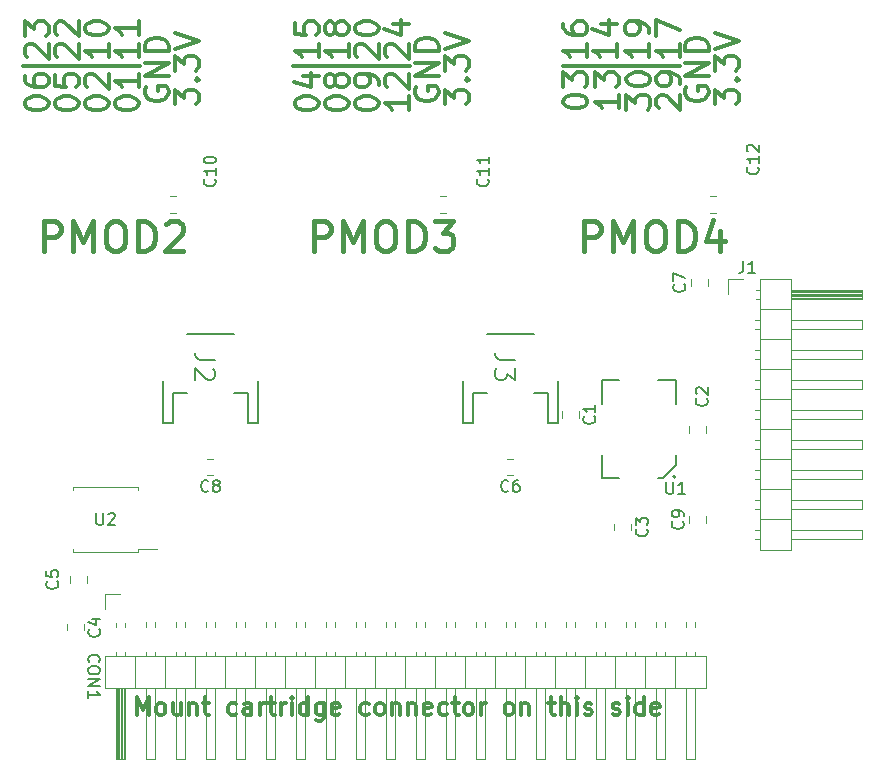
<source format=gbr>
G04 #@! TF.GenerationSoftware,KiCad,Pcbnew,5.1.4-e60b266~84~ubuntu19.04.1*
G04 #@! TF.CreationDate,2019-11-17T18:28:13-08:00*
G04 #@! TF.ProjectId,cartridge,63617274-7269-4646-9765-2e6b69636164,rev?*
G04 #@! TF.SameCoordinates,PX40311b0PY292dfe0*
G04 #@! TF.FileFunction,Legend,Top*
G04 #@! TF.FilePolarity,Positive*
%FSLAX46Y46*%
G04 Gerber Fmt 4.6, Leading zero omitted, Abs format (unit mm)*
G04 Created by KiCad (PCBNEW 5.1.4-e60b266~84~ubuntu19.04.1) date 2019-11-17 18:28:13*
%MOMM*%
%LPD*%
G04 APERTURE LIST*
%ADD10C,0.300000*%
%ADD11C,0.150000*%
%ADD12C,0.200000*%
%ADD13C,0.203200*%
%ADD14C,0.120000*%
%ADD15C,0.168910*%
%ADD16C,0.400000*%
G04 APERTURE END LIST*
D10*
X11547857Y-59733571D02*
X11547857Y-58233571D01*
X12047857Y-59305000D01*
X12547857Y-58233571D01*
X12547857Y-59733571D01*
X13476428Y-59733571D02*
X13333571Y-59662142D01*
X13262142Y-59590714D01*
X13190714Y-59447857D01*
X13190714Y-59019285D01*
X13262142Y-58876428D01*
X13333571Y-58805000D01*
X13476428Y-58733571D01*
X13690714Y-58733571D01*
X13833571Y-58805000D01*
X13905000Y-58876428D01*
X13976428Y-59019285D01*
X13976428Y-59447857D01*
X13905000Y-59590714D01*
X13833571Y-59662142D01*
X13690714Y-59733571D01*
X13476428Y-59733571D01*
X15262142Y-58733571D02*
X15262142Y-59733571D01*
X14619285Y-58733571D02*
X14619285Y-59519285D01*
X14690714Y-59662142D01*
X14833571Y-59733571D01*
X15047857Y-59733571D01*
X15190714Y-59662142D01*
X15262142Y-59590714D01*
X15976428Y-58733571D02*
X15976428Y-59733571D01*
X15976428Y-58876428D02*
X16047857Y-58805000D01*
X16190714Y-58733571D01*
X16405000Y-58733571D01*
X16547857Y-58805000D01*
X16619285Y-58947857D01*
X16619285Y-59733571D01*
X17119285Y-58733571D02*
X17690714Y-58733571D01*
X17333571Y-58233571D02*
X17333571Y-59519285D01*
X17405000Y-59662142D01*
X17547857Y-59733571D01*
X17690714Y-59733571D01*
X19976428Y-59662142D02*
X19833571Y-59733571D01*
X19547857Y-59733571D01*
X19405000Y-59662142D01*
X19333571Y-59590714D01*
X19262142Y-59447857D01*
X19262142Y-59019285D01*
X19333571Y-58876428D01*
X19405000Y-58805000D01*
X19547857Y-58733571D01*
X19833571Y-58733571D01*
X19976428Y-58805000D01*
X21262142Y-59733571D02*
X21262142Y-58947857D01*
X21190714Y-58805000D01*
X21047857Y-58733571D01*
X20762142Y-58733571D01*
X20619285Y-58805000D01*
X21262142Y-59662142D02*
X21119285Y-59733571D01*
X20762142Y-59733571D01*
X20619285Y-59662142D01*
X20547857Y-59519285D01*
X20547857Y-59376428D01*
X20619285Y-59233571D01*
X20762142Y-59162142D01*
X21119285Y-59162142D01*
X21262142Y-59090714D01*
X21976428Y-59733571D02*
X21976428Y-58733571D01*
X21976428Y-59019285D02*
X22047857Y-58876428D01*
X22119285Y-58805000D01*
X22262142Y-58733571D01*
X22405000Y-58733571D01*
X22690714Y-58733571D02*
X23262142Y-58733571D01*
X22905000Y-58233571D02*
X22905000Y-59519285D01*
X22976428Y-59662142D01*
X23119285Y-59733571D01*
X23262142Y-59733571D01*
X23762142Y-59733571D02*
X23762142Y-58733571D01*
X23762142Y-59019285D02*
X23833571Y-58876428D01*
X23905000Y-58805000D01*
X24047857Y-58733571D01*
X24190714Y-58733571D01*
X24690714Y-59733571D02*
X24690714Y-58733571D01*
X24690714Y-58233571D02*
X24619285Y-58305000D01*
X24690714Y-58376428D01*
X24762142Y-58305000D01*
X24690714Y-58233571D01*
X24690714Y-58376428D01*
X26047857Y-59733571D02*
X26047857Y-58233571D01*
X26047857Y-59662142D02*
X25905000Y-59733571D01*
X25619285Y-59733571D01*
X25476428Y-59662142D01*
X25405000Y-59590714D01*
X25333571Y-59447857D01*
X25333571Y-59019285D01*
X25405000Y-58876428D01*
X25476428Y-58805000D01*
X25619285Y-58733571D01*
X25905000Y-58733571D01*
X26047857Y-58805000D01*
X27405000Y-58733571D02*
X27405000Y-59947857D01*
X27333571Y-60090714D01*
X27262142Y-60162142D01*
X27119285Y-60233571D01*
X26905000Y-60233571D01*
X26762142Y-60162142D01*
X27405000Y-59662142D02*
X27262142Y-59733571D01*
X26976428Y-59733571D01*
X26833571Y-59662142D01*
X26762142Y-59590714D01*
X26690714Y-59447857D01*
X26690714Y-59019285D01*
X26762142Y-58876428D01*
X26833571Y-58805000D01*
X26976428Y-58733571D01*
X27262142Y-58733571D01*
X27405000Y-58805000D01*
X28690714Y-59662142D02*
X28547857Y-59733571D01*
X28262142Y-59733571D01*
X28119285Y-59662142D01*
X28047857Y-59519285D01*
X28047857Y-58947857D01*
X28119285Y-58805000D01*
X28262142Y-58733571D01*
X28547857Y-58733571D01*
X28690714Y-58805000D01*
X28762142Y-58947857D01*
X28762142Y-59090714D01*
X28047857Y-59233571D01*
X31190714Y-59662142D02*
X31047857Y-59733571D01*
X30762142Y-59733571D01*
X30619285Y-59662142D01*
X30547857Y-59590714D01*
X30476428Y-59447857D01*
X30476428Y-59019285D01*
X30547857Y-58876428D01*
X30619285Y-58805000D01*
X30762142Y-58733571D01*
X31047857Y-58733571D01*
X31190714Y-58805000D01*
X32047857Y-59733571D02*
X31905000Y-59662142D01*
X31833571Y-59590714D01*
X31762142Y-59447857D01*
X31762142Y-59019285D01*
X31833571Y-58876428D01*
X31905000Y-58805000D01*
X32047857Y-58733571D01*
X32262142Y-58733571D01*
X32405000Y-58805000D01*
X32476428Y-58876428D01*
X32547857Y-59019285D01*
X32547857Y-59447857D01*
X32476428Y-59590714D01*
X32405000Y-59662142D01*
X32262142Y-59733571D01*
X32047857Y-59733571D01*
X33190714Y-58733571D02*
X33190714Y-59733571D01*
X33190714Y-58876428D02*
X33262142Y-58805000D01*
X33405000Y-58733571D01*
X33619285Y-58733571D01*
X33762142Y-58805000D01*
X33833571Y-58947857D01*
X33833571Y-59733571D01*
X34547857Y-58733571D02*
X34547857Y-59733571D01*
X34547857Y-58876428D02*
X34619285Y-58805000D01*
X34762142Y-58733571D01*
X34976428Y-58733571D01*
X35119285Y-58805000D01*
X35190714Y-58947857D01*
X35190714Y-59733571D01*
X36476428Y-59662142D02*
X36333571Y-59733571D01*
X36047857Y-59733571D01*
X35905000Y-59662142D01*
X35833571Y-59519285D01*
X35833571Y-58947857D01*
X35905000Y-58805000D01*
X36047857Y-58733571D01*
X36333571Y-58733571D01*
X36476428Y-58805000D01*
X36547857Y-58947857D01*
X36547857Y-59090714D01*
X35833571Y-59233571D01*
X37833571Y-59662142D02*
X37690714Y-59733571D01*
X37405000Y-59733571D01*
X37262142Y-59662142D01*
X37190714Y-59590714D01*
X37119285Y-59447857D01*
X37119285Y-59019285D01*
X37190714Y-58876428D01*
X37262142Y-58805000D01*
X37405000Y-58733571D01*
X37690714Y-58733571D01*
X37833571Y-58805000D01*
X38262142Y-58733571D02*
X38833571Y-58733571D01*
X38476428Y-58233571D02*
X38476428Y-59519285D01*
X38547857Y-59662142D01*
X38690714Y-59733571D01*
X38833571Y-59733571D01*
X39547857Y-59733571D02*
X39405000Y-59662142D01*
X39333571Y-59590714D01*
X39262142Y-59447857D01*
X39262142Y-59019285D01*
X39333571Y-58876428D01*
X39405000Y-58805000D01*
X39547857Y-58733571D01*
X39762142Y-58733571D01*
X39905000Y-58805000D01*
X39976428Y-58876428D01*
X40047857Y-59019285D01*
X40047857Y-59447857D01*
X39976428Y-59590714D01*
X39905000Y-59662142D01*
X39762142Y-59733571D01*
X39547857Y-59733571D01*
X40690714Y-59733571D02*
X40690714Y-58733571D01*
X40690714Y-59019285D02*
X40762142Y-58876428D01*
X40833571Y-58805000D01*
X40976428Y-58733571D01*
X41119285Y-58733571D01*
X42976428Y-59733571D02*
X42833571Y-59662142D01*
X42762142Y-59590714D01*
X42690714Y-59447857D01*
X42690714Y-59019285D01*
X42762142Y-58876428D01*
X42833571Y-58805000D01*
X42976428Y-58733571D01*
X43190714Y-58733571D01*
X43333571Y-58805000D01*
X43405000Y-58876428D01*
X43476428Y-59019285D01*
X43476428Y-59447857D01*
X43405000Y-59590714D01*
X43333571Y-59662142D01*
X43190714Y-59733571D01*
X42976428Y-59733571D01*
X44119285Y-58733571D02*
X44119285Y-59733571D01*
X44119285Y-58876428D02*
X44190714Y-58805000D01*
X44333571Y-58733571D01*
X44547857Y-58733571D01*
X44690714Y-58805000D01*
X44762142Y-58947857D01*
X44762142Y-59733571D01*
X46405000Y-58733571D02*
X46976428Y-58733571D01*
X46619285Y-58233571D02*
X46619285Y-59519285D01*
X46690714Y-59662142D01*
X46833571Y-59733571D01*
X46976428Y-59733571D01*
X47476428Y-59733571D02*
X47476428Y-58233571D01*
X48119285Y-59733571D02*
X48119285Y-58947857D01*
X48047857Y-58805000D01*
X47905000Y-58733571D01*
X47690714Y-58733571D01*
X47547857Y-58805000D01*
X47476428Y-58876428D01*
X48833571Y-59733571D02*
X48833571Y-58733571D01*
X48833571Y-58233571D02*
X48762142Y-58305000D01*
X48833571Y-58376428D01*
X48905000Y-58305000D01*
X48833571Y-58233571D01*
X48833571Y-58376428D01*
X49476428Y-59662142D02*
X49619285Y-59733571D01*
X49905000Y-59733571D01*
X50047857Y-59662142D01*
X50119285Y-59519285D01*
X50119285Y-59447857D01*
X50047857Y-59305000D01*
X49905000Y-59233571D01*
X49690714Y-59233571D01*
X49547857Y-59162142D01*
X49476428Y-59019285D01*
X49476428Y-58947857D01*
X49547857Y-58805000D01*
X49690714Y-58733571D01*
X49905000Y-58733571D01*
X50047857Y-58805000D01*
X51833571Y-59662142D02*
X51976428Y-59733571D01*
X52262142Y-59733571D01*
X52405000Y-59662142D01*
X52476428Y-59519285D01*
X52476428Y-59447857D01*
X52405000Y-59305000D01*
X52262142Y-59233571D01*
X52047857Y-59233571D01*
X51905000Y-59162142D01*
X51833571Y-59019285D01*
X51833571Y-58947857D01*
X51905000Y-58805000D01*
X52047857Y-58733571D01*
X52262142Y-58733571D01*
X52405000Y-58805000D01*
X53119285Y-59733571D02*
X53119285Y-58733571D01*
X53119285Y-58233571D02*
X53047857Y-58305000D01*
X53119285Y-58376428D01*
X53190714Y-58305000D01*
X53119285Y-58233571D01*
X53119285Y-58376428D01*
X54476428Y-59733571D02*
X54476428Y-58233571D01*
X54476428Y-59662142D02*
X54333571Y-59733571D01*
X54047857Y-59733571D01*
X53905000Y-59662142D01*
X53833571Y-59590714D01*
X53762142Y-59447857D01*
X53762142Y-59019285D01*
X53833571Y-58876428D01*
X53905000Y-58805000D01*
X54047857Y-58733571D01*
X54333571Y-58733571D01*
X54476428Y-58805000D01*
X55762142Y-59662142D02*
X55619285Y-59733571D01*
X55333571Y-59733571D01*
X55190714Y-59662142D01*
X55119285Y-59519285D01*
X55119285Y-58947857D01*
X55190714Y-58805000D01*
X55333571Y-58733571D01*
X55619285Y-58733571D01*
X55762142Y-58805000D01*
X55833571Y-58947857D01*
X55833571Y-59090714D01*
X55119285Y-59233571D01*
X57546761Y-2920952D02*
X57546761Y-4063809D01*
X57546761Y-3492380D02*
X55546761Y-3492380D01*
X55832476Y-3682857D01*
X56022952Y-3873333D01*
X56118190Y-4063809D01*
X55546761Y-2254285D02*
X55546761Y-920952D01*
X57546761Y-1778095D01*
X54879761Y-2920952D02*
X54879761Y-4063809D01*
X54879761Y-3492380D02*
X52879761Y-3492380D01*
X53165476Y-3682857D01*
X53355952Y-3873333D01*
X53451190Y-4063809D01*
X54879761Y-1968571D02*
X54879761Y-1587619D01*
X54784523Y-1397142D01*
X54689285Y-1301904D01*
X54403571Y-1111428D01*
X54022619Y-1016190D01*
X53260714Y-1016190D01*
X53070238Y-1111428D01*
X52975000Y-1206666D01*
X52879761Y-1397142D01*
X52879761Y-1778095D01*
X52975000Y-1968571D01*
X53070238Y-2063809D01*
X53260714Y-2159047D01*
X53736904Y-2159047D01*
X53927380Y-2063809D01*
X54022619Y-1968571D01*
X54117857Y-1778095D01*
X54117857Y-1397142D01*
X54022619Y-1206666D01*
X53927380Y-1111428D01*
X53736904Y-1016190D01*
X52212761Y-2920952D02*
X52212761Y-4063809D01*
X52212761Y-3492380D02*
X50212761Y-3492380D01*
X50498476Y-3682857D01*
X50688952Y-3873333D01*
X50784190Y-4063809D01*
X50879428Y-1206666D02*
X52212761Y-1206666D01*
X50117523Y-1682857D02*
X51546095Y-2159047D01*
X51546095Y-920952D01*
X49672761Y-2920952D02*
X49672761Y-4063809D01*
X49672761Y-3492380D02*
X47672761Y-3492380D01*
X47958476Y-3682857D01*
X48148952Y-3873333D01*
X48244190Y-4063809D01*
X47672761Y-1206666D02*
X47672761Y-1587619D01*
X47768000Y-1778095D01*
X47863238Y-1873333D01*
X48148952Y-2063809D01*
X48529904Y-2159047D01*
X49291809Y-2159047D01*
X49482285Y-2063809D01*
X49577523Y-1968571D01*
X49672761Y-1778095D01*
X49672761Y-1397142D01*
X49577523Y-1206666D01*
X49482285Y-1111428D01*
X49291809Y-1016190D01*
X48815619Y-1016190D01*
X48625142Y-1111428D01*
X48529904Y-1206666D01*
X48434666Y-1397142D01*
X48434666Y-1778095D01*
X48529904Y-1968571D01*
X48625142Y-2063809D01*
X48815619Y-2159047D01*
X52339761Y-7238952D02*
X52339761Y-8381809D01*
X52339761Y-7810380D02*
X50339761Y-7810380D01*
X50625476Y-8000857D01*
X50815952Y-8191333D01*
X50911190Y-8381809D01*
X50339761Y-6572285D02*
X50339761Y-5334190D01*
X51101666Y-6000857D01*
X51101666Y-5715142D01*
X51196904Y-5524666D01*
X51292142Y-5429428D01*
X51482619Y-5334190D01*
X51958809Y-5334190D01*
X52149285Y-5429428D01*
X52244523Y-5524666D01*
X52339761Y-5715142D01*
X52339761Y-6286571D01*
X52244523Y-6477047D01*
X52149285Y-6572285D01*
X55737238Y-8381809D02*
X55642000Y-8286571D01*
X55546761Y-8096095D01*
X55546761Y-7619904D01*
X55642000Y-7429428D01*
X55737238Y-7334190D01*
X55927714Y-7238952D01*
X56118190Y-7238952D01*
X56403904Y-7334190D01*
X57546761Y-8477047D01*
X57546761Y-7238952D01*
X57546761Y-6286571D02*
X57546761Y-5905619D01*
X57451523Y-5715142D01*
X57356285Y-5619904D01*
X57070571Y-5429428D01*
X56689619Y-5334190D01*
X55927714Y-5334190D01*
X55737238Y-5429428D01*
X55642000Y-5524666D01*
X55546761Y-5715142D01*
X55546761Y-6096095D01*
X55642000Y-6286571D01*
X55737238Y-6381809D01*
X55927714Y-6477047D01*
X56403904Y-6477047D01*
X56594380Y-6381809D01*
X56689619Y-6286571D01*
X56784857Y-6096095D01*
X56784857Y-5715142D01*
X56689619Y-5524666D01*
X56594380Y-5429428D01*
X56403904Y-5334190D01*
X47672761Y-7905619D02*
X47672761Y-7715142D01*
X47768000Y-7524666D01*
X47863238Y-7429428D01*
X48053714Y-7334190D01*
X48434666Y-7238952D01*
X48910857Y-7238952D01*
X49291809Y-7334190D01*
X49482285Y-7429428D01*
X49577523Y-7524666D01*
X49672761Y-7715142D01*
X49672761Y-7905619D01*
X49577523Y-8096095D01*
X49482285Y-8191333D01*
X49291809Y-8286571D01*
X48910857Y-8381809D01*
X48434666Y-8381809D01*
X48053714Y-8286571D01*
X47863238Y-8191333D01*
X47768000Y-8096095D01*
X47672761Y-7905619D01*
X47672761Y-6572285D02*
X47672761Y-5334190D01*
X48434666Y-6000857D01*
X48434666Y-5715142D01*
X48529904Y-5524666D01*
X48625142Y-5429428D01*
X48815619Y-5334190D01*
X49291809Y-5334190D01*
X49482285Y-5429428D01*
X49577523Y-5524666D01*
X49672761Y-5715142D01*
X49672761Y-6286571D01*
X49577523Y-6477047D01*
X49482285Y-6572285D01*
X47625000Y-4762500D02*
X57531000Y-4762500D01*
X53006761Y-8477047D02*
X53006761Y-7238952D01*
X53768666Y-7905619D01*
X53768666Y-7619904D01*
X53863904Y-7429428D01*
X53959142Y-7334190D01*
X54149619Y-7238952D01*
X54625809Y-7238952D01*
X54816285Y-7334190D01*
X54911523Y-7429428D01*
X55006761Y-7619904D01*
X55006761Y-8191333D01*
X54911523Y-8381809D01*
X54816285Y-8477047D01*
X53006761Y-6000857D02*
X53006761Y-5810380D01*
X53102000Y-5619904D01*
X53197238Y-5524666D01*
X53387714Y-5429428D01*
X53768666Y-5334190D01*
X54244857Y-5334190D01*
X54625809Y-5429428D01*
X54816285Y-5524666D01*
X54911523Y-5619904D01*
X55006761Y-5810380D01*
X55006761Y-6000857D01*
X54911523Y-6191333D01*
X54816285Y-6286571D01*
X54625809Y-6381809D01*
X54244857Y-6477047D01*
X53768666Y-6477047D01*
X53387714Y-6381809D01*
X53197238Y-6286571D01*
X53102000Y-6191333D01*
X53006761Y-6000857D01*
X26939761Y-2920952D02*
X26939761Y-4063809D01*
X26939761Y-3492380D02*
X24939761Y-3492380D01*
X25225476Y-3682857D01*
X25415952Y-3873333D01*
X25511190Y-4063809D01*
X24939761Y-1111428D02*
X24939761Y-2063809D01*
X25892142Y-2159047D01*
X25796904Y-2063809D01*
X25701666Y-1873333D01*
X25701666Y-1397142D01*
X25796904Y-1206666D01*
X25892142Y-1111428D01*
X26082619Y-1016190D01*
X26558809Y-1016190D01*
X26749285Y-1111428D01*
X26844523Y-1206666D01*
X26939761Y-1397142D01*
X26939761Y-1873333D01*
X26844523Y-2063809D01*
X26749285Y-2159047D01*
X29479761Y-2920952D02*
X29479761Y-4063809D01*
X29479761Y-3492380D02*
X27479761Y-3492380D01*
X27765476Y-3682857D01*
X27955952Y-3873333D01*
X28051190Y-4063809D01*
X28336904Y-1778095D02*
X28241666Y-1968571D01*
X28146428Y-2063809D01*
X27955952Y-2159047D01*
X27860714Y-2159047D01*
X27670238Y-2063809D01*
X27575000Y-1968571D01*
X27479761Y-1778095D01*
X27479761Y-1397142D01*
X27575000Y-1206666D01*
X27670238Y-1111428D01*
X27860714Y-1016190D01*
X27955952Y-1016190D01*
X28146428Y-1111428D01*
X28241666Y-1206666D01*
X28336904Y-1397142D01*
X28336904Y-1778095D01*
X28432142Y-1968571D01*
X28527380Y-2063809D01*
X28717857Y-2159047D01*
X29098809Y-2159047D01*
X29289285Y-2063809D01*
X29384523Y-1968571D01*
X29479761Y-1778095D01*
X29479761Y-1397142D01*
X29384523Y-1206666D01*
X29289285Y-1111428D01*
X29098809Y-1016190D01*
X28717857Y-1016190D01*
X28527380Y-1111428D01*
X28432142Y-1206666D01*
X28336904Y-1397142D01*
X30210238Y-4063809D02*
X30115000Y-3968571D01*
X30019761Y-3778095D01*
X30019761Y-3301904D01*
X30115000Y-3111428D01*
X30210238Y-3016190D01*
X30400714Y-2920952D01*
X30591190Y-2920952D01*
X30876904Y-3016190D01*
X32019761Y-4159047D01*
X32019761Y-2920952D01*
X30019761Y-1682857D02*
X30019761Y-1492380D01*
X30115000Y-1301904D01*
X30210238Y-1206666D01*
X30400714Y-1111428D01*
X30781666Y-1016190D01*
X31257857Y-1016190D01*
X31638809Y-1111428D01*
X31829285Y-1206666D01*
X31924523Y-1301904D01*
X32019761Y-1492380D01*
X32019761Y-1682857D01*
X31924523Y-1873333D01*
X31829285Y-1968571D01*
X31638809Y-2063809D01*
X31257857Y-2159047D01*
X30781666Y-2159047D01*
X30400714Y-2063809D01*
X30210238Y-1968571D01*
X30115000Y-1873333D01*
X30019761Y-1682857D01*
X32750238Y-4063809D02*
X32655000Y-3968571D01*
X32559761Y-3778095D01*
X32559761Y-3301904D01*
X32655000Y-3111428D01*
X32750238Y-3016190D01*
X32940714Y-2920952D01*
X33131190Y-2920952D01*
X33416904Y-3016190D01*
X34559761Y-4159047D01*
X34559761Y-2920952D01*
X33226428Y-1206666D02*
X34559761Y-1206666D01*
X32464523Y-1682857D02*
X33893095Y-2159047D01*
X33893095Y-920952D01*
X34559761Y-7365952D02*
X34559761Y-8508809D01*
X34559761Y-7937380D02*
X32559761Y-7937380D01*
X32845476Y-8127857D01*
X33035952Y-8318333D01*
X33131190Y-8508809D01*
X32750238Y-6604047D02*
X32655000Y-6508809D01*
X32559761Y-6318333D01*
X32559761Y-5842142D01*
X32655000Y-5651666D01*
X32750238Y-5556428D01*
X32940714Y-5461190D01*
X33131190Y-5461190D01*
X33416904Y-5556428D01*
X34559761Y-6699285D01*
X34559761Y-5461190D01*
X30019761Y-8032619D02*
X30019761Y-7842142D01*
X30115000Y-7651666D01*
X30210238Y-7556428D01*
X30400714Y-7461190D01*
X30781666Y-7365952D01*
X31257857Y-7365952D01*
X31638809Y-7461190D01*
X31829285Y-7556428D01*
X31924523Y-7651666D01*
X32019761Y-7842142D01*
X32019761Y-8032619D01*
X31924523Y-8223095D01*
X31829285Y-8318333D01*
X31638809Y-8413571D01*
X31257857Y-8508809D01*
X30781666Y-8508809D01*
X30400714Y-8413571D01*
X30210238Y-8318333D01*
X30115000Y-8223095D01*
X30019761Y-8032619D01*
X32019761Y-6413571D02*
X32019761Y-6032619D01*
X31924523Y-5842142D01*
X31829285Y-5746904D01*
X31543571Y-5556428D01*
X31162619Y-5461190D01*
X30400714Y-5461190D01*
X30210238Y-5556428D01*
X30115000Y-5651666D01*
X30019761Y-5842142D01*
X30019761Y-6223095D01*
X30115000Y-6413571D01*
X30210238Y-6508809D01*
X30400714Y-6604047D01*
X30876904Y-6604047D01*
X31067380Y-6508809D01*
X31162619Y-6413571D01*
X31257857Y-6223095D01*
X31257857Y-5842142D01*
X31162619Y-5651666D01*
X31067380Y-5556428D01*
X30876904Y-5461190D01*
X24765000Y-4762500D02*
X34671000Y-4762500D01*
X24939761Y-8032619D02*
X24939761Y-7842142D01*
X25035000Y-7651666D01*
X25130238Y-7556428D01*
X25320714Y-7461190D01*
X25701666Y-7365952D01*
X26177857Y-7365952D01*
X26558809Y-7461190D01*
X26749285Y-7556428D01*
X26844523Y-7651666D01*
X26939761Y-7842142D01*
X26939761Y-8032619D01*
X26844523Y-8223095D01*
X26749285Y-8318333D01*
X26558809Y-8413571D01*
X26177857Y-8508809D01*
X25701666Y-8508809D01*
X25320714Y-8413571D01*
X25130238Y-8318333D01*
X25035000Y-8223095D01*
X24939761Y-8032619D01*
X25606428Y-5651666D02*
X26939761Y-5651666D01*
X24844523Y-6127857D02*
X26273095Y-6604047D01*
X26273095Y-5365952D01*
X27479761Y-8032619D02*
X27479761Y-7842142D01*
X27575000Y-7651666D01*
X27670238Y-7556428D01*
X27860714Y-7461190D01*
X28241666Y-7365952D01*
X28717857Y-7365952D01*
X29098809Y-7461190D01*
X29289285Y-7556428D01*
X29384523Y-7651666D01*
X29479761Y-7842142D01*
X29479761Y-8032619D01*
X29384523Y-8223095D01*
X29289285Y-8318333D01*
X29098809Y-8413571D01*
X28717857Y-8508809D01*
X28241666Y-8508809D01*
X27860714Y-8413571D01*
X27670238Y-8318333D01*
X27575000Y-8223095D01*
X27479761Y-8032619D01*
X28336904Y-6223095D02*
X28241666Y-6413571D01*
X28146428Y-6508809D01*
X27955952Y-6604047D01*
X27860714Y-6604047D01*
X27670238Y-6508809D01*
X27575000Y-6413571D01*
X27479761Y-6223095D01*
X27479761Y-5842142D01*
X27575000Y-5651666D01*
X27670238Y-5556428D01*
X27860714Y-5461190D01*
X27955952Y-5461190D01*
X28146428Y-5556428D01*
X28241666Y-5651666D01*
X28336904Y-5842142D01*
X28336904Y-6223095D01*
X28432142Y-6413571D01*
X28527380Y-6508809D01*
X28717857Y-6604047D01*
X29098809Y-6604047D01*
X29289285Y-6508809D01*
X29384523Y-6413571D01*
X29479761Y-6223095D01*
X29479761Y-5842142D01*
X29384523Y-5651666D01*
X29289285Y-5556428D01*
X29098809Y-5461190D01*
X28717857Y-5461190D01*
X28527380Y-5556428D01*
X28432142Y-5651666D01*
X28336904Y-5842142D01*
X1905000Y-4762500D02*
X11811000Y-4762500D01*
X58055000Y-6603809D02*
X57959761Y-6794285D01*
X57959761Y-7080000D01*
X58055000Y-7365714D01*
X58245476Y-7556190D01*
X58435952Y-7651428D01*
X58816904Y-7746666D01*
X59102619Y-7746666D01*
X59483571Y-7651428D01*
X59674047Y-7556190D01*
X59864523Y-7365714D01*
X59959761Y-7080000D01*
X59959761Y-6889523D01*
X59864523Y-6603809D01*
X59769285Y-6508571D01*
X59102619Y-6508571D01*
X59102619Y-6889523D01*
X59959761Y-5651428D02*
X57959761Y-5651428D01*
X59959761Y-4508571D01*
X57959761Y-4508571D01*
X59959761Y-3556190D02*
X57959761Y-3556190D01*
X57959761Y-3080000D01*
X58055000Y-2794285D01*
X58245476Y-2603809D01*
X58435952Y-2508571D01*
X58816904Y-2413333D01*
X59102619Y-2413333D01*
X59483571Y-2508571D01*
X59674047Y-2603809D01*
X59864523Y-2794285D01*
X59959761Y-3080000D01*
X59959761Y-3556190D01*
X35195000Y-6603809D02*
X35099761Y-6794285D01*
X35099761Y-7080000D01*
X35195000Y-7365714D01*
X35385476Y-7556190D01*
X35575952Y-7651428D01*
X35956904Y-7746666D01*
X36242619Y-7746666D01*
X36623571Y-7651428D01*
X36814047Y-7556190D01*
X37004523Y-7365714D01*
X37099761Y-7080000D01*
X37099761Y-6889523D01*
X37004523Y-6603809D01*
X36909285Y-6508571D01*
X36242619Y-6508571D01*
X36242619Y-6889523D01*
X37099761Y-5651428D02*
X35099761Y-5651428D01*
X37099761Y-4508571D01*
X35099761Y-4508571D01*
X37099761Y-3556190D02*
X35099761Y-3556190D01*
X35099761Y-3080000D01*
X35195000Y-2794285D01*
X35385476Y-2603809D01*
X35575952Y-2508571D01*
X35956904Y-2413333D01*
X36242619Y-2413333D01*
X36623571Y-2508571D01*
X36814047Y-2603809D01*
X37004523Y-2794285D01*
X37099761Y-3080000D01*
X37099761Y-3556190D01*
X60499761Y-8032380D02*
X60499761Y-6794285D01*
X61261666Y-7460952D01*
X61261666Y-7175238D01*
X61356904Y-6984761D01*
X61452142Y-6889523D01*
X61642619Y-6794285D01*
X62118809Y-6794285D01*
X62309285Y-6889523D01*
X62404523Y-6984761D01*
X62499761Y-7175238D01*
X62499761Y-7746666D01*
X62404523Y-7937142D01*
X62309285Y-8032380D01*
X62309285Y-5937142D02*
X62404523Y-5841904D01*
X62499761Y-5937142D01*
X62404523Y-6032380D01*
X62309285Y-5937142D01*
X62499761Y-5937142D01*
X60499761Y-5175238D02*
X60499761Y-3937142D01*
X61261666Y-4603809D01*
X61261666Y-4318095D01*
X61356904Y-4127619D01*
X61452142Y-4032380D01*
X61642619Y-3937142D01*
X62118809Y-3937142D01*
X62309285Y-4032380D01*
X62404523Y-4127619D01*
X62499761Y-4318095D01*
X62499761Y-4889523D01*
X62404523Y-5080000D01*
X62309285Y-5175238D01*
X60499761Y-3365714D02*
X62499761Y-2699047D01*
X60499761Y-2032380D01*
X37639761Y-8032380D02*
X37639761Y-6794285D01*
X38401666Y-7460952D01*
X38401666Y-7175238D01*
X38496904Y-6984761D01*
X38592142Y-6889523D01*
X38782619Y-6794285D01*
X39258809Y-6794285D01*
X39449285Y-6889523D01*
X39544523Y-6984761D01*
X39639761Y-7175238D01*
X39639761Y-7746666D01*
X39544523Y-7937142D01*
X39449285Y-8032380D01*
X39449285Y-5937142D02*
X39544523Y-5841904D01*
X39639761Y-5937142D01*
X39544523Y-6032380D01*
X39449285Y-5937142D01*
X39639761Y-5937142D01*
X37639761Y-5175238D02*
X37639761Y-3937142D01*
X38401666Y-4603809D01*
X38401666Y-4318095D01*
X38496904Y-4127619D01*
X38592142Y-4032380D01*
X38782619Y-3937142D01*
X39258809Y-3937142D01*
X39449285Y-4032380D01*
X39544523Y-4127619D01*
X39639761Y-4318095D01*
X39639761Y-4889523D01*
X39544523Y-5080000D01*
X39449285Y-5175238D01*
X37639761Y-3365714D02*
X39639761Y-2699047D01*
X37639761Y-2032380D01*
X14779761Y-8032380D02*
X14779761Y-6794285D01*
X15541666Y-7460952D01*
X15541666Y-7175238D01*
X15636904Y-6984761D01*
X15732142Y-6889523D01*
X15922619Y-6794285D01*
X16398809Y-6794285D01*
X16589285Y-6889523D01*
X16684523Y-6984761D01*
X16779761Y-7175238D01*
X16779761Y-7746666D01*
X16684523Y-7937142D01*
X16589285Y-8032380D01*
X16589285Y-5937142D02*
X16684523Y-5841904D01*
X16779761Y-5937142D01*
X16684523Y-6032380D01*
X16589285Y-5937142D01*
X16779761Y-5937142D01*
X14779761Y-5175238D02*
X14779761Y-3937142D01*
X15541666Y-4603809D01*
X15541666Y-4318095D01*
X15636904Y-4127619D01*
X15732142Y-4032380D01*
X15922619Y-3937142D01*
X16398809Y-3937142D01*
X16589285Y-4032380D01*
X16684523Y-4127619D01*
X16779761Y-4318095D01*
X16779761Y-4889523D01*
X16684523Y-5080000D01*
X16589285Y-5175238D01*
X14779761Y-3365714D02*
X16779761Y-2699047D01*
X14779761Y-2032380D01*
X12335000Y-6603809D02*
X12239761Y-6794285D01*
X12239761Y-7080000D01*
X12335000Y-7365714D01*
X12525476Y-7556190D01*
X12715952Y-7651428D01*
X13096904Y-7746666D01*
X13382619Y-7746666D01*
X13763571Y-7651428D01*
X13954047Y-7556190D01*
X14144523Y-7365714D01*
X14239761Y-7080000D01*
X14239761Y-6889523D01*
X14144523Y-6603809D01*
X14049285Y-6508571D01*
X13382619Y-6508571D01*
X13382619Y-6889523D01*
X14239761Y-5651428D02*
X12239761Y-5651428D01*
X14239761Y-4508571D01*
X12239761Y-4508571D01*
X14239761Y-3556190D02*
X12239761Y-3556190D01*
X12239761Y-3080000D01*
X12335000Y-2794285D01*
X12525476Y-2603809D01*
X12715952Y-2508571D01*
X13096904Y-2413333D01*
X13382619Y-2413333D01*
X13763571Y-2508571D01*
X13954047Y-2603809D01*
X14144523Y-2794285D01*
X14239761Y-3080000D01*
X14239761Y-3556190D01*
X11699761Y-2920952D02*
X11699761Y-4063809D01*
X11699761Y-3492380D02*
X9699761Y-3492380D01*
X9985476Y-3682857D01*
X10175952Y-3873333D01*
X10271190Y-4063809D01*
X11699761Y-1016190D02*
X11699761Y-2159047D01*
X11699761Y-1587619D02*
X9699761Y-1587619D01*
X9985476Y-1778095D01*
X10175952Y-1968571D01*
X10271190Y-2159047D01*
X9159761Y-2920952D02*
X9159761Y-4063809D01*
X9159761Y-3492380D02*
X7159761Y-3492380D01*
X7445476Y-3682857D01*
X7635952Y-3873333D01*
X7731190Y-4063809D01*
X7159761Y-1682857D02*
X7159761Y-1492380D01*
X7255000Y-1301904D01*
X7350238Y-1206666D01*
X7540714Y-1111428D01*
X7921666Y-1016190D01*
X8397857Y-1016190D01*
X8778809Y-1111428D01*
X8969285Y-1206666D01*
X9064523Y-1301904D01*
X9159761Y-1492380D01*
X9159761Y-1682857D01*
X9064523Y-1873333D01*
X8969285Y-1968571D01*
X8778809Y-2063809D01*
X8397857Y-2159047D01*
X7921666Y-2159047D01*
X7540714Y-2063809D01*
X7350238Y-1968571D01*
X7255000Y-1873333D01*
X7159761Y-1682857D01*
X4810238Y-4063809D02*
X4715000Y-3968571D01*
X4619761Y-3778095D01*
X4619761Y-3301904D01*
X4715000Y-3111428D01*
X4810238Y-3016190D01*
X5000714Y-2920952D01*
X5191190Y-2920952D01*
X5476904Y-3016190D01*
X6619761Y-4159047D01*
X6619761Y-2920952D01*
X4810238Y-2159047D02*
X4715000Y-2063809D01*
X4619761Y-1873333D01*
X4619761Y-1397142D01*
X4715000Y-1206666D01*
X4810238Y-1111428D01*
X5000714Y-1016190D01*
X5191190Y-1016190D01*
X5476904Y-1111428D01*
X6619761Y-2254285D01*
X6619761Y-1016190D01*
X2270238Y-4063809D02*
X2175000Y-3968571D01*
X2079761Y-3778095D01*
X2079761Y-3301904D01*
X2175000Y-3111428D01*
X2270238Y-3016190D01*
X2460714Y-2920952D01*
X2651190Y-2920952D01*
X2936904Y-3016190D01*
X4079761Y-4159047D01*
X4079761Y-2920952D01*
X2079761Y-2254285D02*
X2079761Y-1016190D01*
X2841666Y-1682857D01*
X2841666Y-1397142D01*
X2936904Y-1206666D01*
X3032142Y-1111428D01*
X3222619Y-1016190D01*
X3698809Y-1016190D01*
X3889285Y-1111428D01*
X3984523Y-1206666D01*
X4079761Y-1397142D01*
X4079761Y-1968571D01*
X3984523Y-2159047D01*
X3889285Y-2254285D01*
X9699761Y-8032619D02*
X9699761Y-7842142D01*
X9795000Y-7651666D01*
X9890238Y-7556428D01*
X10080714Y-7461190D01*
X10461666Y-7365952D01*
X10937857Y-7365952D01*
X11318809Y-7461190D01*
X11509285Y-7556428D01*
X11604523Y-7651666D01*
X11699761Y-7842142D01*
X11699761Y-8032619D01*
X11604523Y-8223095D01*
X11509285Y-8318333D01*
X11318809Y-8413571D01*
X10937857Y-8508809D01*
X10461666Y-8508809D01*
X10080714Y-8413571D01*
X9890238Y-8318333D01*
X9795000Y-8223095D01*
X9699761Y-8032619D01*
X11699761Y-5461190D02*
X11699761Y-6604047D01*
X11699761Y-6032619D02*
X9699761Y-6032619D01*
X9985476Y-6223095D01*
X10175952Y-6413571D01*
X10271190Y-6604047D01*
X7159761Y-8032619D02*
X7159761Y-7842142D01*
X7255000Y-7651666D01*
X7350238Y-7556428D01*
X7540714Y-7461190D01*
X7921666Y-7365952D01*
X8397857Y-7365952D01*
X8778809Y-7461190D01*
X8969285Y-7556428D01*
X9064523Y-7651666D01*
X9159761Y-7842142D01*
X9159761Y-8032619D01*
X9064523Y-8223095D01*
X8969285Y-8318333D01*
X8778809Y-8413571D01*
X8397857Y-8508809D01*
X7921666Y-8508809D01*
X7540714Y-8413571D01*
X7350238Y-8318333D01*
X7255000Y-8223095D01*
X7159761Y-8032619D01*
X7350238Y-6604047D02*
X7255000Y-6508809D01*
X7159761Y-6318333D01*
X7159761Y-5842142D01*
X7255000Y-5651666D01*
X7350238Y-5556428D01*
X7540714Y-5461190D01*
X7731190Y-5461190D01*
X8016904Y-5556428D01*
X9159761Y-6699285D01*
X9159761Y-5461190D01*
X4619761Y-8032619D02*
X4619761Y-7842142D01*
X4715000Y-7651666D01*
X4810238Y-7556428D01*
X5000714Y-7461190D01*
X5381666Y-7365952D01*
X5857857Y-7365952D01*
X6238809Y-7461190D01*
X6429285Y-7556428D01*
X6524523Y-7651666D01*
X6619761Y-7842142D01*
X6619761Y-8032619D01*
X6524523Y-8223095D01*
X6429285Y-8318333D01*
X6238809Y-8413571D01*
X5857857Y-8508809D01*
X5381666Y-8508809D01*
X5000714Y-8413571D01*
X4810238Y-8318333D01*
X4715000Y-8223095D01*
X4619761Y-8032619D01*
X4619761Y-5556428D02*
X4619761Y-6508809D01*
X5572142Y-6604047D01*
X5476904Y-6508809D01*
X5381666Y-6318333D01*
X5381666Y-5842142D01*
X5476904Y-5651666D01*
X5572142Y-5556428D01*
X5762619Y-5461190D01*
X6238809Y-5461190D01*
X6429285Y-5556428D01*
X6524523Y-5651666D01*
X6619761Y-5842142D01*
X6619761Y-6318333D01*
X6524523Y-6508809D01*
X6429285Y-6604047D01*
X2079761Y-8032619D02*
X2079761Y-7842142D01*
X2175000Y-7651666D01*
X2270238Y-7556428D01*
X2460714Y-7461190D01*
X2841666Y-7365952D01*
X3317857Y-7365952D01*
X3698809Y-7461190D01*
X3889285Y-7556428D01*
X3984523Y-7651666D01*
X4079761Y-7842142D01*
X4079761Y-8032619D01*
X3984523Y-8223095D01*
X3889285Y-8318333D01*
X3698809Y-8413571D01*
X3317857Y-8508809D01*
X2841666Y-8508809D01*
X2460714Y-8413571D01*
X2270238Y-8318333D01*
X2175000Y-8223095D01*
X2079761Y-8032619D01*
X2079761Y-5651666D02*
X2079761Y-6032619D01*
X2175000Y-6223095D01*
X2270238Y-6318333D01*
X2555952Y-6508809D01*
X2936904Y-6604047D01*
X3698809Y-6604047D01*
X3889285Y-6508809D01*
X3984523Y-6413571D01*
X4079761Y-6223095D01*
X4079761Y-5842142D01*
X3984523Y-5651666D01*
X3889285Y-5556428D01*
X3698809Y-5461190D01*
X3222619Y-5461190D01*
X3032142Y-5556428D01*
X2936904Y-5651666D01*
X2841666Y-5842142D01*
X2841666Y-6223095D01*
X2936904Y-6413571D01*
X3032142Y-6508809D01*
X3222619Y-6604047D01*
D11*
X52420000Y-39710000D02*
X50920000Y-39710000D01*
X50920000Y-39710000D02*
X50920000Y-37710000D01*
X52420000Y-39710000D02*
X50920000Y-39710000D01*
X50920000Y-39710000D02*
X50920000Y-37710000D01*
X52420000Y-31410000D02*
X50920000Y-31410000D01*
X50920000Y-31410000D02*
X50920000Y-33410000D01*
X52420000Y-39710000D02*
X50920000Y-39710000D01*
X50920000Y-39710000D02*
X50920000Y-37710000D01*
X55720000Y-31410000D02*
X57220000Y-31410000D01*
X57220000Y-31410000D02*
X57220000Y-33410000D01*
X55720000Y-39710000D02*
X56070000Y-39710000D01*
X56070000Y-39710000D02*
X57220000Y-38560000D01*
X57220000Y-38560000D02*
X57220000Y-37710000D01*
D12*
X57170000Y-39560000D02*
G75*
G03X57170000Y-39560000I-100000J0D01*
G01*
D13*
X45180000Y-27480000D02*
X41180000Y-27480000D01*
X47180000Y-34980000D02*
X47180000Y-31480000D01*
X46380000Y-34980000D02*
X47180000Y-34980000D01*
X46380000Y-32480000D02*
X46380000Y-34980000D01*
X45180000Y-32480000D02*
X46380000Y-32480000D01*
X39980000Y-32480000D02*
X41180000Y-32480000D01*
X39980000Y-34980000D02*
X39980000Y-32480000D01*
X39180000Y-34980000D02*
X39980000Y-34980000D01*
X39180000Y-31480000D02*
X39180000Y-34980000D01*
X19780000Y-27480000D02*
X15780000Y-27480000D01*
X21780000Y-34980000D02*
X21780000Y-31480000D01*
X20980000Y-34980000D02*
X21780000Y-34980000D01*
X20980000Y-32480000D02*
X20980000Y-34980000D01*
X19780000Y-32480000D02*
X20980000Y-32480000D01*
X14580000Y-32480000D02*
X15780000Y-32480000D01*
X14580000Y-34980000D02*
X14580000Y-32480000D01*
X13780000Y-34980000D02*
X14580000Y-34980000D01*
X13780000Y-31480000D02*
X13780000Y-34980000D01*
D14*
X61595000Y-22860000D02*
X62865000Y-22860000D01*
X61595000Y-24130000D02*
X61595000Y-22860000D01*
X63907929Y-44830000D02*
X64305000Y-44830000D01*
X63907929Y-44070000D02*
X64305000Y-44070000D01*
X72965000Y-44830000D02*
X66965000Y-44830000D01*
X72965000Y-44070000D02*
X72965000Y-44830000D01*
X66965000Y-44070000D02*
X72965000Y-44070000D01*
X64305000Y-43180000D02*
X66965000Y-43180000D01*
X63907929Y-42290000D02*
X64305000Y-42290000D01*
X63907929Y-41530000D02*
X64305000Y-41530000D01*
X72965000Y-42290000D02*
X66965000Y-42290000D01*
X72965000Y-41530000D02*
X72965000Y-42290000D01*
X66965000Y-41530000D02*
X72965000Y-41530000D01*
X64305000Y-40640000D02*
X66965000Y-40640000D01*
X63907929Y-39750000D02*
X64305000Y-39750000D01*
X63907929Y-38990000D02*
X64305000Y-38990000D01*
X72965000Y-39750000D02*
X66965000Y-39750000D01*
X72965000Y-38990000D02*
X72965000Y-39750000D01*
X66965000Y-38990000D02*
X72965000Y-38990000D01*
X64305000Y-38100000D02*
X66965000Y-38100000D01*
X63907929Y-37210000D02*
X64305000Y-37210000D01*
X63907929Y-36450000D02*
X64305000Y-36450000D01*
X72965000Y-37210000D02*
X66965000Y-37210000D01*
X72965000Y-36450000D02*
X72965000Y-37210000D01*
X66965000Y-36450000D02*
X72965000Y-36450000D01*
X64305000Y-35560000D02*
X66965000Y-35560000D01*
X63907929Y-34670000D02*
X64305000Y-34670000D01*
X63907929Y-33910000D02*
X64305000Y-33910000D01*
X72965000Y-34670000D02*
X66965000Y-34670000D01*
X72965000Y-33910000D02*
X72965000Y-34670000D01*
X66965000Y-33910000D02*
X72965000Y-33910000D01*
X64305000Y-33020000D02*
X66965000Y-33020000D01*
X63907929Y-32130000D02*
X64305000Y-32130000D01*
X63907929Y-31370000D02*
X64305000Y-31370000D01*
X72965000Y-32130000D02*
X66965000Y-32130000D01*
X72965000Y-31370000D02*
X72965000Y-32130000D01*
X66965000Y-31370000D02*
X72965000Y-31370000D01*
X64305000Y-30480000D02*
X66965000Y-30480000D01*
X63907929Y-29590000D02*
X64305000Y-29590000D01*
X63907929Y-28830000D02*
X64305000Y-28830000D01*
X72965000Y-29590000D02*
X66965000Y-29590000D01*
X72965000Y-28830000D02*
X72965000Y-29590000D01*
X66965000Y-28830000D02*
X72965000Y-28830000D01*
X64305000Y-27940000D02*
X66965000Y-27940000D01*
X63907929Y-27050000D02*
X64305000Y-27050000D01*
X63907929Y-26290000D02*
X64305000Y-26290000D01*
X72965000Y-27050000D02*
X66965000Y-27050000D01*
X72965000Y-26290000D02*
X72965000Y-27050000D01*
X66965000Y-26290000D02*
X72965000Y-26290000D01*
X64305000Y-25400000D02*
X66965000Y-25400000D01*
X63975000Y-24510000D02*
X64305000Y-24510000D01*
X63975000Y-23750000D02*
X64305000Y-23750000D01*
X66965000Y-24410000D02*
X72965000Y-24410000D01*
X66965000Y-24290000D02*
X72965000Y-24290000D01*
X66965000Y-24170000D02*
X72965000Y-24170000D01*
X66965000Y-24050000D02*
X72965000Y-24050000D01*
X66965000Y-23930000D02*
X72965000Y-23930000D01*
X66965000Y-23810000D02*
X72965000Y-23810000D01*
X72965000Y-24510000D02*
X66965000Y-24510000D01*
X72965000Y-23750000D02*
X72965000Y-24510000D01*
X66965000Y-23750000D02*
X72965000Y-23750000D01*
X66965000Y-22800000D02*
X64305000Y-22800000D01*
X66965000Y-45780000D02*
X66965000Y-22800000D01*
X64305000Y-45780000D02*
X66965000Y-45780000D01*
X64305000Y-22800000D02*
X64305000Y-45780000D01*
X18041252Y-38025000D02*
X17518748Y-38025000D01*
X18041252Y-39445000D02*
X17518748Y-39445000D01*
X43441252Y-38025000D02*
X42918748Y-38025000D01*
X43441252Y-39445000D02*
X42918748Y-39445000D01*
X59765000Y-43441252D02*
X59765000Y-42918748D01*
X58345000Y-43441252D02*
X58345000Y-42918748D01*
X59892000Y-23375252D02*
X59892000Y-22852748D01*
X58472000Y-23375252D02*
X58472000Y-22852748D01*
X8830000Y-54780000D02*
X59750000Y-54780000D01*
X59750000Y-54780000D02*
X59750000Y-57440000D01*
X59750000Y-57440000D02*
X8830000Y-57440000D01*
X8830000Y-57440000D02*
X8830000Y-54780000D01*
X9780000Y-57440000D02*
X9780000Y-63440000D01*
X9780000Y-63440000D02*
X10540000Y-63440000D01*
X10540000Y-63440000D02*
X10540000Y-57440000D01*
X9840000Y-57440000D02*
X9840000Y-63440000D01*
X9960000Y-57440000D02*
X9960000Y-63440000D01*
X10080000Y-57440000D02*
X10080000Y-63440000D01*
X10200000Y-57440000D02*
X10200000Y-63440000D01*
X10320000Y-57440000D02*
X10320000Y-63440000D01*
X10440000Y-57440000D02*
X10440000Y-63440000D01*
X9780000Y-54382929D02*
X9780000Y-54780000D01*
X10540000Y-54382929D02*
X10540000Y-54780000D01*
X9780000Y-51910000D02*
X9780000Y-52297071D01*
X10540000Y-51910000D02*
X10540000Y-52297071D01*
X11430000Y-54780000D02*
X11430000Y-57440000D01*
X12320000Y-57440000D02*
X12320000Y-63440000D01*
X12320000Y-63440000D02*
X13080000Y-63440000D01*
X13080000Y-63440000D02*
X13080000Y-57440000D01*
X12320000Y-54382929D02*
X12320000Y-54780000D01*
X13080000Y-54382929D02*
X13080000Y-54780000D01*
X12320000Y-51842929D02*
X12320000Y-52297071D01*
X13080000Y-51842929D02*
X13080000Y-52297071D01*
X13970000Y-54780000D02*
X13970000Y-57440000D01*
X14860000Y-57440000D02*
X14860000Y-63440000D01*
X14860000Y-63440000D02*
X15620000Y-63440000D01*
X15620000Y-63440000D02*
X15620000Y-57440000D01*
X14860000Y-54382929D02*
X14860000Y-54780000D01*
X15620000Y-54382929D02*
X15620000Y-54780000D01*
X14860000Y-51842929D02*
X14860000Y-52297071D01*
X15620000Y-51842929D02*
X15620000Y-52297071D01*
X16510000Y-54780000D02*
X16510000Y-57440000D01*
X17400000Y-57440000D02*
X17400000Y-63440000D01*
X17400000Y-63440000D02*
X18160000Y-63440000D01*
X18160000Y-63440000D02*
X18160000Y-57440000D01*
X17400000Y-54382929D02*
X17400000Y-54780000D01*
X18160000Y-54382929D02*
X18160000Y-54780000D01*
X17400000Y-51842929D02*
X17400000Y-52297071D01*
X18160000Y-51842929D02*
X18160000Y-52297071D01*
X19050000Y-54780000D02*
X19050000Y-57440000D01*
X19940000Y-57440000D02*
X19940000Y-63440000D01*
X19940000Y-63440000D02*
X20700000Y-63440000D01*
X20700000Y-63440000D02*
X20700000Y-57440000D01*
X19940000Y-54382929D02*
X19940000Y-54780000D01*
X20700000Y-54382929D02*
X20700000Y-54780000D01*
X19940000Y-51842929D02*
X19940000Y-52297071D01*
X20700000Y-51842929D02*
X20700000Y-52297071D01*
X21590000Y-54780000D02*
X21590000Y-57440000D01*
X22480000Y-57440000D02*
X22480000Y-63440000D01*
X22480000Y-63440000D02*
X23240000Y-63440000D01*
X23240000Y-63440000D02*
X23240000Y-57440000D01*
X22480000Y-54382929D02*
X22480000Y-54780000D01*
X23240000Y-54382929D02*
X23240000Y-54780000D01*
X22480000Y-51842929D02*
X22480000Y-52297071D01*
X23240000Y-51842929D02*
X23240000Y-52297071D01*
X24130000Y-54780000D02*
X24130000Y-57440000D01*
X25020000Y-57440000D02*
X25020000Y-63440000D01*
X25020000Y-63440000D02*
X25780000Y-63440000D01*
X25780000Y-63440000D02*
X25780000Y-57440000D01*
X25020000Y-54382929D02*
X25020000Y-54780000D01*
X25780000Y-54382929D02*
X25780000Y-54780000D01*
X25020000Y-51842929D02*
X25020000Y-52297071D01*
X25780000Y-51842929D02*
X25780000Y-52297071D01*
X26670000Y-54780000D02*
X26670000Y-57440000D01*
X27560000Y-57440000D02*
X27560000Y-63440000D01*
X27560000Y-63440000D02*
X28320000Y-63440000D01*
X28320000Y-63440000D02*
X28320000Y-57440000D01*
X27560000Y-54382929D02*
X27560000Y-54780000D01*
X28320000Y-54382929D02*
X28320000Y-54780000D01*
X27560000Y-51842929D02*
X27560000Y-52297071D01*
X28320000Y-51842929D02*
X28320000Y-52297071D01*
X29210000Y-54780000D02*
X29210000Y-57440000D01*
X30100000Y-57440000D02*
X30100000Y-63440000D01*
X30100000Y-63440000D02*
X30860000Y-63440000D01*
X30860000Y-63440000D02*
X30860000Y-57440000D01*
X30100000Y-54382929D02*
X30100000Y-54780000D01*
X30860000Y-54382929D02*
X30860000Y-54780000D01*
X30100000Y-51842929D02*
X30100000Y-52297071D01*
X30860000Y-51842929D02*
X30860000Y-52297071D01*
X31750000Y-54780000D02*
X31750000Y-57440000D01*
X32640000Y-57440000D02*
X32640000Y-63440000D01*
X32640000Y-63440000D02*
X33400000Y-63440000D01*
X33400000Y-63440000D02*
X33400000Y-57440000D01*
X32640000Y-54382929D02*
X32640000Y-54780000D01*
X33400000Y-54382929D02*
X33400000Y-54780000D01*
X32640000Y-51842929D02*
X32640000Y-52297071D01*
X33400000Y-51842929D02*
X33400000Y-52297071D01*
X34290000Y-54780000D02*
X34290000Y-57440000D01*
X35180000Y-57440000D02*
X35180000Y-63440000D01*
X35180000Y-63440000D02*
X35940000Y-63440000D01*
X35940000Y-63440000D02*
X35940000Y-57440000D01*
X35180000Y-54382929D02*
X35180000Y-54780000D01*
X35940000Y-54382929D02*
X35940000Y-54780000D01*
X35180000Y-51842929D02*
X35180000Y-52297071D01*
X35940000Y-51842929D02*
X35940000Y-52297071D01*
X36830000Y-54780000D02*
X36830000Y-57440000D01*
X37720000Y-57440000D02*
X37720000Y-63440000D01*
X37720000Y-63440000D02*
X38480000Y-63440000D01*
X38480000Y-63440000D02*
X38480000Y-57440000D01*
X37720000Y-54382929D02*
X37720000Y-54780000D01*
X38480000Y-54382929D02*
X38480000Y-54780000D01*
X37720000Y-51842929D02*
X37720000Y-52297071D01*
X38480000Y-51842929D02*
X38480000Y-52297071D01*
X39370000Y-54780000D02*
X39370000Y-57440000D01*
X40260000Y-57440000D02*
X40260000Y-63440000D01*
X40260000Y-63440000D02*
X41020000Y-63440000D01*
X41020000Y-63440000D02*
X41020000Y-57440000D01*
X40260000Y-54382929D02*
X40260000Y-54780000D01*
X41020000Y-54382929D02*
X41020000Y-54780000D01*
X40260000Y-51842929D02*
X40260000Y-52297071D01*
X41020000Y-51842929D02*
X41020000Y-52297071D01*
X41910000Y-54780000D02*
X41910000Y-57440000D01*
X42800000Y-57440000D02*
X42800000Y-63440000D01*
X42800000Y-63440000D02*
X43560000Y-63440000D01*
X43560000Y-63440000D02*
X43560000Y-57440000D01*
X42800000Y-54382929D02*
X42800000Y-54780000D01*
X43560000Y-54382929D02*
X43560000Y-54780000D01*
X42800000Y-51842929D02*
X42800000Y-52297071D01*
X43560000Y-51842929D02*
X43560000Y-52297071D01*
X44450000Y-54780000D02*
X44450000Y-57440000D01*
X45340000Y-57440000D02*
X45340000Y-63440000D01*
X45340000Y-63440000D02*
X46100000Y-63440000D01*
X46100000Y-63440000D02*
X46100000Y-57440000D01*
X45340000Y-54382929D02*
X45340000Y-54780000D01*
X46100000Y-54382929D02*
X46100000Y-54780000D01*
X45340000Y-51842929D02*
X45340000Y-52297071D01*
X46100000Y-51842929D02*
X46100000Y-52297071D01*
X46990000Y-54780000D02*
X46990000Y-57440000D01*
X47880000Y-57440000D02*
X47880000Y-63440000D01*
X47880000Y-63440000D02*
X48640000Y-63440000D01*
X48640000Y-63440000D02*
X48640000Y-57440000D01*
X47880000Y-54382929D02*
X47880000Y-54780000D01*
X48640000Y-54382929D02*
X48640000Y-54780000D01*
X47880000Y-51842929D02*
X47880000Y-52297071D01*
X48640000Y-51842929D02*
X48640000Y-52297071D01*
X49530000Y-54780000D02*
X49530000Y-57440000D01*
X50420000Y-57440000D02*
X50420000Y-63440000D01*
X50420000Y-63440000D02*
X51180000Y-63440000D01*
X51180000Y-63440000D02*
X51180000Y-57440000D01*
X50420000Y-54382929D02*
X50420000Y-54780000D01*
X51180000Y-54382929D02*
X51180000Y-54780000D01*
X50420000Y-51842929D02*
X50420000Y-52297071D01*
X51180000Y-51842929D02*
X51180000Y-52297071D01*
X52070000Y-54780000D02*
X52070000Y-57440000D01*
X52960000Y-57440000D02*
X52960000Y-63440000D01*
X52960000Y-63440000D02*
X53720000Y-63440000D01*
X53720000Y-63440000D02*
X53720000Y-57440000D01*
X52960000Y-54382929D02*
X52960000Y-54780000D01*
X53720000Y-54382929D02*
X53720000Y-54780000D01*
X52960000Y-51842929D02*
X52960000Y-52297071D01*
X53720000Y-51842929D02*
X53720000Y-52297071D01*
X54610000Y-54780000D02*
X54610000Y-57440000D01*
X55500000Y-57440000D02*
X55500000Y-63440000D01*
X55500000Y-63440000D02*
X56260000Y-63440000D01*
X56260000Y-63440000D02*
X56260000Y-57440000D01*
X55500000Y-54382929D02*
X55500000Y-54780000D01*
X56260000Y-54382929D02*
X56260000Y-54780000D01*
X55500000Y-51842929D02*
X55500000Y-52297071D01*
X56260000Y-51842929D02*
X56260000Y-52297071D01*
X57150000Y-54780000D02*
X57150000Y-57440000D01*
X58040000Y-57440000D02*
X58040000Y-63440000D01*
X58040000Y-63440000D02*
X58800000Y-63440000D01*
X58800000Y-63440000D02*
X58800000Y-57440000D01*
X58040000Y-54382929D02*
X58040000Y-54780000D01*
X58800000Y-54382929D02*
X58800000Y-54780000D01*
X58040000Y-51842929D02*
X58040000Y-52297071D01*
X58800000Y-51842929D02*
X58800000Y-52297071D01*
X10160000Y-49530000D02*
X8890000Y-49530000D01*
X8890000Y-49530000D02*
X8890000Y-50800000D01*
X11615000Y-45645000D02*
X13290000Y-45645000D01*
X11615000Y-45905000D02*
X11615000Y-45645000D01*
X8890000Y-45905000D02*
X11615000Y-45905000D01*
X6165000Y-45905000D02*
X6165000Y-45645000D01*
X8890000Y-45905000D02*
X6165000Y-45905000D01*
X11615000Y-40455000D02*
X11615000Y-40715000D01*
X8890000Y-40455000D02*
X11615000Y-40455000D01*
X6165000Y-40455000D02*
X6165000Y-40715000D01*
X8890000Y-40455000D02*
X6165000Y-40455000D01*
X60586252Y-15800000D02*
X60063748Y-15800000D01*
X60586252Y-17220000D02*
X60063748Y-17220000D01*
X37726252Y-15800000D02*
X37203748Y-15800000D01*
X37726252Y-17220000D02*
X37203748Y-17220000D01*
X14866252Y-15800000D02*
X14343748Y-15800000D01*
X14866252Y-17220000D02*
X14343748Y-17220000D01*
X47550000Y-34028748D02*
X47550000Y-34551252D01*
X48970000Y-34028748D02*
X48970000Y-34551252D01*
X5885000Y-47998748D02*
X5885000Y-48521252D01*
X7305000Y-47998748D02*
X7305000Y-48521252D01*
X5640000Y-52053748D02*
X5640000Y-52576252D01*
X7060000Y-52053748D02*
X7060000Y-52576252D01*
X51995000Y-43553748D02*
X51995000Y-44076252D01*
X53415000Y-43553748D02*
X53415000Y-44076252D01*
X58345000Y-35298748D02*
X58345000Y-35821252D01*
X59765000Y-35298748D02*
X59765000Y-35821252D01*
D11*
X56388095Y-40012380D02*
X56388095Y-40821904D01*
X56435714Y-40917142D01*
X56483333Y-40964761D01*
X56578571Y-41012380D01*
X56769047Y-41012380D01*
X56864285Y-40964761D01*
X56911904Y-40917142D01*
X56959523Y-40821904D01*
X56959523Y-40012380D01*
X57959523Y-41012380D02*
X57388095Y-41012380D01*
X57673809Y-41012380D02*
X57673809Y-40012380D01*
X57578571Y-40155238D01*
X57483333Y-40250476D01*
X57388095Y-40298095D01*
D15*
X43552533Y-29696558D02*
X42346033Y-29696558D01*
X42104733Y-29616124D01*
X41943866Y-29455258D01*
X41863433Y-29213958D01*
X41863433Y-29053091D01*
X43552533Y-30340024D02*
X43552533Y-31385658D01*
X42909066Y-30822624D01*
X42909066Y-31063924D01*
X42828633Y-31224791D01*
X42748200Y-31305224D01*
X42587333Y-31385658D01*
X42185166Y-31385658D01*
X42024300Y-31305224D01*
X41943866Y-31224791D01*
X41863433Y-31063924D01*
X41863433Y-30581324D01*
X41943866Y-30420458D01*
X42024300Y-30340024D01*
X18152533Y-29696558D02*
X16946033Y-29696558D01*
X16704733Y-29616124D01*
X16543866Y-29455258D01*
X16463433Y-29213958D01*
X16463433Y-29053091D01*
X17991666Y-30420458D02*
X18072100Y-30500891D01*
X18152533Y-30661758D01*
X18152533Y-31063924D01*
X18072100Y-31224791D01*
X17991666Y-31305224D01*
X17830800Y-31385658D01*
X17669933Y-31385658D01*
X17428633Y-31305224D01*
X16463433Y-30340024D01*
X16463433Y-31385658D01*
D11*
X62912666Y-21296380D02*
X62912666Y-22010666D01*
X62865047Y-22153523D01*
X62769809Y-22248761D01*
X62626952Y-22296380D01*
X62531714Y-22296380D01*
X63912666Y-22296380D02*
X63341238Y-22296380D01*
X63626952Y-22296380D02*
X63626952Y-21296380D01*
X63531714Y-21439238D01*
X63436476Y-21534476D01*
X63341238Y-21582095D01*
X17613333Y-40742142D02*
X17565714Y-40789761D01*
X17422857Y-40837380D01*
X17327619Y-40837380D01*
X17184761Y-40789761D01*
X17089523Y-40694523D01*
X17041904Y-40599285D01*
X16994285Y-40408809D01*
X16994285Y-40265952D01*
X17041904Y-40075476D01*
X17089523Y-39980238D01*
X17184761Y-39885000D01*
X17327619Y-39837380D01*
X17422857Y-39837380D01*
X17565714Y-39885000D01*
X17613333Y-39932619D01*
X18184761Y-40265952D02*
X18089523Y-40218333D01*
X18041904Y-40170714D01*
X17994285Y-40075476D01*
X17994285Y-40027857D01*
X18041904Y-39932619D01*
X18089523Y-39885000D01*
X18184761Y-39837380D01*
X18375238Y-39837380D01*
X18470476Y-39885000D01*
X18518095Y-39932619D01*
X18565714Y-40027857D01*
X18565714Y-40075476D01*
X18518095Y-40170714D01*
X18470476Y-40218333D01*
X18375238Y-40265952D01*
X18184761Y-40265952D01*
X18089523Y-40313571D01*
X18041904Y-40361190D01*
X17994285Y-40456428D01*
X17994285Y-40646904D01*
X18041904Y-40742142D01*
X18089523Y-40789761D01*
X18184761Y-40837380D01*
X18375238Y-40837380D01*
X18470476Y-40789761D01*
X18518095Y-40742142D01*
X18565714Y-40646904D01*
X18565714Y-40456428D01*
X18518095Y-40361190D01*
X18470476Y-40313571D01*
X18375238Y-40265952D01*
X43013333Y-40742142D02*
X42965714Y-40789761D01*
X42822857Y-40837380D01*
X42727619Y-40837380D01*
X42584761Y-40789761D01*
X42489523Y-40694523D01*
X42441904Y-40599285D01*
X42394285Y-40408809D01*
X42394285Y-40265952D01*
X42441904Y-40075476D01*
X42489523Y-39980238D01*
X42584761Y-39885000D01*
X42727619Y-39837380D01*
X42822857Y-39837380D01*
X42965714Y-39885000D01*
X43013333Y-39932619D01*
X43870476Y-39837380D02*
X43680000Y-39837380D01*
X43584761Y-39885000D01*
X43537142Y-39932619D01*
X43441904Y-40075476D01*
X43394285Y-40265952D01*
X43394285Y-40646904D01*
X43441904Y-40742142D01*
X43489523Y-40789761D01*
X43584761Y-40837380D01*
X43775238Y-40837380D01*
X43870476Y-40789761D01*
X43918095Y-40742142D01*
X43965714Y-40646904D01*
X43965714Y-40408809D01*
X43918095Y-40313571D01*
X43870476Y-40265952D01*
X43775238Y-40218333D01*
X43584761Y-40218333D01*
X43489523Y-40265952D01*
X43441904Y-40313571D01*
X43394285Y-40408809D01*
X57762142Y-43346666D02*
X57809761Y-43394285D01*
X57857380Y-43537142D01*
X57857380Y-43632380D01*
X57809761Y-43775238D01*
X57714523Y-43870476D01*
X57619285Y-43918095D01*
X57428809Y-43965714D01*
X57285952Y-43965714D01*
X57095476Y-43918095D01*
X57000238Y-43870476D01*
X56905000Y-43775238D01*
X56857380Y-43632380D01*
X56857380Y-43537142D01*
X56905000Y-43394285D01*
X56952619Y-43346666D01*
X57857380Y-42870476D02*
X57857380Y-42680000D01*
X57809761Y-42584761D01*
X57762142Y-42537142D01*
X57619285Y-42441904D01*
X57428809Y-42394285D01*
X57047857Y-42394285D01*
X56952619Y-42441904D01*
X56905000Y-42489523D01*
X56857380Y-42584761D01*
X56857380Y-42775238D01*
X56905000Y-42870476D01*
X56952619Y-42918095D01*
X57047857Y-42965714D01*
X57285952Y-42965714D01*
X57381190Y-42918095D01*
X57428809Y-42870476D01*
X57476428Y-42775238D01*
X57476428Y-42584761D01*
X57428809Y-42489523D01*
X57381190Y-42441904D01*
X57285952Y-42394285D01*
X57889142Y-23280666D02*
X57936761Y-23328285D01*
X57984380Y-23471142D01*
X57984380Y-23566380D01*
X57936761Y-23709238D01*
X57841523Y-23804476D01*
X57746285Y-23852095D01*
X57555809Y-23899714D01*
X57412952Y-23899714D01*
X57222476Y-23852095D01*
X57127238Y-23804476D01*
X57032000Y-23709238D01*
X56984380Y-23566380D01*
X56984380Y-23471142D01*
X57032000Y-23328285D01*
X57079619Y-23280666D01*
X56984380Y-22947333D02*
X56984380Y-22280666D01*
X57984380Y-22709238D01*
X7532857Y-55240714D02*
X7485238Y-55193095D01*
X7437619Y-55050238D01*
X7437619Y-54955000D01*
X7485238Y-54812142D01*
X7580476Y-54716904D01*
X7675714Y-54669285D01*
X7866190Y-54621666D01*
X8009047Y-54621666D01*
X8199523Y-54669285D01*
X8294761Y-54716904D01*
X8390000Y-54812142D01*
X8437619Y-54955000D01*
X8437619Y-55050238D01*
X8390000Y-55193095D01*
X8342380Y-55240714D01*
X8437619Y-55859761D02*
X8437619Y-56050238D01*
X8390000Y-56145476D01*
X8294761Y-56240714D01*
X8104285Y-56288333D01*
X7770952Y-56288333D01*
X7580476Y-56240714D01*
X7485238Y-56145476D01*
X7437619Y-56050238D01*
X7437619Y-55859761D01*
X7485238Y-55764523D01*
X7580476Y-55669285D01*
X7770952Y-55621666D01*
X8104285Y-55621666D01*
X8294761Y-55669285D01*
X8390000Y-55764523D01*
X8437619Y-55859761D01*
X7437619Y-56716904D02*
X8437619Y-56716904D01*
X7437619Y-57288333D01*
X8437619Y-57288333D01*
X7437619Y-58288333D02*
X7437619Y-57716904D01*
X7437619Y-58002619D02*
X8437619Y-58002619D01*
X8294761Y-57907380D01*
X8199523Y-57812142D01*
X8151904Y-57716904D01*
D16*
X49411666Y-20434952D02*
X49411666Y-17934952D01*
X50364047Y-17934952D01*
X50602142Y-18054000D01*
X50721190Y-18173047D01*
X50840238Y-18411142D01*
X50840238Y-18768285D01*
X50721190Y-19006380D01*
X50602142Y-19125428D01*
X50364047Y-19244476D01*
X49411666Y-19244476D01*
X51911666Y-20434952D02*
X51911666Y-17934952D01*
X52745000Y-19720666D01*
X53578333Y-17934952D01*
X53578333Y-20434952D01*
X55245000Y-17934952D02*
X55721190Y-17934952D01*
X55959285Y-18054000D01*
X56197380Y-18292095D01*
X56316428Y-18768285D01*
X56316428Y-19601619D01*
X56197380Y-20077809D01*
X55959285Y-20315904D01*
X55721190Y-20434952D01*
X55245000Y-20434952D01*
X55006904Y-20315904D01*
X54768809Y-20077809D01*
X54649761Y-19601619D01*
X54649761Y-18768285D01*
X54768809Y-18292095D01*
X55006904Y-18054000D01*
X55245000Y-17934952D01*
X57387857Y-20434952D02*
X57387857Y-17934952D01*
X57983095Y-17934952D01*
X58340238Y-18054000D01*
X58578333Y-18292095D01*
X58697380Y-18530190D01*
X58816428Y-19006380D01*
X58816428Y-19363523D01*
X58697380Y-19839714D01*
X58578333Y-20077809D01*
X58340238Y-20315904D01*
X57983095Y-20434952D01*
X57387857Y-20434952D01*
X60959285Y-18768285D02*
X60959285Y-20434952D01*
X60364047Y-17815904D02*
X59768809Y-19601619D01*
X61316428Y-19601619D01*
X26551666Y-20434952D02*
X26551666Y-17934952D01*
X27504047Y-17934952D01*
X27742142Y-18054000D01*
X27861190Y-18173047D01*
X27980238Y-18411142D01*
X27980238Y-18768285D01*
X27861190Y-19006380D01*
X27742142Y-19125428D01*
X27504047Y-19244476D01*
X26551666Y-19244476D01*
X29051666Y-20434952D02*
X29051666Y-17934952D01*
X29885000Y-19720666D01*
X30718333Y-17934952D01*
X30718333Y-20434952D01*
X32385000Y-17934952D02*
X32861190Y-17934952D01*
X33099285Y-18054000D01*
X33337380Y-18292095D01*
X33456428Y-18768285D01*
X33456428Y-19601619D01*
X33337380Y-20077809D01*
X33099285Y-20315904D01*
X32861190Y-20434952D01*
X32385000Y-20434952D01*
X32146904Y-20315904D01*
X31908809Y-20077809D01*
X31789761Y-19601619D01*
X31789761Y-18768285D01*
X31908809Y-18292095D01*
X32146904Y-18054000D01*
X32385000Y-17934952D01*
X34527857Y-20434952D02*
X34527857Y-17934952D01*
X35123095Y-17934952D01*
X35480238Y-18054000D01*
X35718333Y-18292095D01*
X35837380Y-18530190D01*
X35956428Y-19006380D01*
X35956428Y-19363523D01*
X35837380Y-19839714D01*
X35718333Y-20077809D01*
X35480238Y-20315904D01*
X35123095Y-20434952D01*
X34527857Y-20434952D01*
X36789761Y-17934952D02*
X38337380Y-17934952D01*
X37504047Y-18887333D01*
X37861190Y-18887333D01*
X38099285Y-19006380D01*
X38218333Y-19125428D01*
X38337380Y-19363523D01*
X38337380Y-19958761D01*
X38218333Y-20196857D01*
X38099285Y-20315904D01*
X37861190Y-20434952D01*
X37146904Y-20434952D01*
X36908809Y-20315904D01*
X36789761Y-20196857D01*
X3691666Y-20434952D02*
X3691666Y-17934952D01*
X4644047Y-17934952D01*
X4882142Y-18054000D01*
X5001190Y-18173047D01*
X5120238Y-18411142D01*
X5120238Y-18768285D01*
X5001190Y-19006380D01*
X4882142Y-19125428D01*
X4644047Y-19244476D01*
X3691666Y-19244476D01*
X6191666Y-20434952D02*
X6191666Y-17934952D01*
X7025000Y-19720666D01*
X7858333Y-17934952D01*
X7858333Y-20434952D01*
X9525000Y-17934952D02*
X10001190Y-17934952D01*
X10239285Y-18054000D01*
X10477380Y-18292095D01*
X10596428Y-18768285D01*
X10596428Y-19601619D01*
X10477380Y-20077809D01*
X10239285Y-20315904D01*
X10001190Y-20434952D01*
X9525000Y-20434952D01*
X9286904Y-20315904D01*
X9048809Y-20077809D01*
X8929761Y-19601619D01*
X8929761Y-18768285D01*
X9048809Y-18292095D01*
X9286904Y-18054000D01*
X9525000Y-17934952D01*
X11667857Y-20434952D02*
X11667857Y-17934952D01*
X12263095Y-17934952D01*
X12620238Y-18054000D01*
X12858333Y-18292095D01*
X12977380Y-18530190D01*
X13096428Y-19006380D01*
X13096428Y-19363523D01*
X12977380Y-19839714D01*
X12858333Y-20077809D01*
X12620238Y-20315904D01*
X12263095Y-20434952D01*
X11667857Y-20434952D01*
X14048809Y-18173047D02*
X14167857Y-18054000D01*
X14405952Y-17934952D01*
X15001190Y-17934952D01*
X15239285Y-18054000D01*
X15358333Y-18173047D01*
X15477380Y-18411142D01*
X15477380Y-18649238D01*
X15358333Y-19006380D01*
X13929761Y-20434952D01*
X15477380Y-20434952D01*
D11*
X8128095Y-42632380D02*
X8128095Y-43441904D01*
X8175714Y-43537142D01*
X8223333Y-43584761D01*
X8318571Y-43632380D01*
X8509047Y-43632380D01*
X8604285Y-43584761D01*
X8651904Y-43537142D01*
X8699523Y-43441904D01*
X8699523Y-42632380D01*
X9128095Y-42727619D02*
X9175714Y-42680000D01*
X9270952Y-42632380D01*
X9509047Y-42632380D01*
X9604285Y-42680000D01*
X9651904Y-42727619D01*
X9699523Y-42822857D01*
X9699523Y-42918095D01*
X9651904Y-43060952D01*
X9080476Y-43632380D01*
X9699523Y-43632380D01*
X64111142Y-13342857D02*
X64158761Y-13390476D01*
X64206380Y-13533333D01*
X64206380Y-13628571D01*
X64158761Y-13771428D01*
X64063523Y-13866666D01*
X63968285Y-13914285D01*
X63777809Y-13961904D01*
X63634952Y-13961904D01*
X63444476Y-13914285D01*
X63349238Y-13866666D01*
X63254000Y-13771428D01*
X63206380Y-13628571D01*
X63206380Y-13533333D01*
X63254000Y-13390476D01*
X63301619Y-13342857D01*
X64206380Y-12390476D02*
X64206380Y-12961904D01*
X64206380Y-12676190D02*
X63206380Y-12676190D01*
X63349238Y-12771428D01*
X63444476Y-12866666D01*
X63492095Y-12961904D01*
X63301619Y-12009523D02*
X63254000Y-11961904D01*
X63206380Y-11866666D01*
X63206380Y-11628571D01*
X63254000Y-11533333D01*
X63301619Y-11485714D01*
X63396857Y-11438095D01*
X63492095Y-11438095D01*
X63634952Y-11485714D01*
X64206380Y-12057142D01*
X64206380Y-11438095D01*
X41251142Y-14358857D02*
X41298761Y-14406476D01*
X41346380Y-14549333D01*
X41346380Y-14644571D01*
X41298761Y-14787428D01*
X41203523Y-14882666D01*
X41108285Y-14930285D01*
X40917809Y-14977904D01*
X40774952Y-14977904D01*
X40584476Y-14930285D01*
X40489238Y-14882666D01*
X40394000Y-14787428D01*
X40346380Y-14644571D01*
X40346380Y-14549333D01*
X40394000Y-14406476D01*
X40441619Y-14358857D01*
X41346380Y-13406476D02*
X41346380Y-13977904D01*
X41346380Y-13692190D02*
X40346380Y-13692190D01*
X40489238Y-13787428D01*
X40584476Y-13882666D01*
X40632095Y-13977904D01*
X41346380Y-12454095D02*
X41346380Y-13025523D01*
X41346380Y-12739809D02*
X40346380Y-12739809D01*
X40489238Y-12835047D01*
X40584476Y-12930285D01*
X40632095Y-13025523D01*
X18137142Y-14358857D02*
X18184761Y-14406476D01*
X18232380Y-14549333D01*
X18232380Y-14644571D01*
X18184761Y-14787428D01*
X18089523Y-14882666D01*
X17994285Y-14930285D01*
X17803809Y-14977904D01*
X17660952Y-14977904D01*
X17470476Y-14930285D01*
X17375238Y-14882666D01*
X17280000Y-14787428D01*
X17232380Y-14644571D01*
X17232380Y-14549333D01*
X17280000Y-14406476D01*
X17327619Y-14358857D01*
X18232380Y-13406476D02*
X18232380Y-13977904D01*
X18232380Y-13692190D02*
X17232380Y-13692190D01*
X17375238Y-13787428D01*
X17470476Y-13882666D01*
X17518095Y-13977904D01*
X17232380Y-12787428D02*
X17232380Y-12692190D01*
X17280000Y-12596952D01*
X17327619Y-12549333D01*
X17422857Y-12501714D01*
X17613333Y-12454095D01*
X17851428Y-12454095D01*
X18041904Y-12501714D01*
X18137142Y-12549333D01*
X18184761Y-12596952D01*
X18232380Y-12692190D01*
X18232380Y-12787428D01*
X18184761Y-12882666D01*
X18137142Y-12930285D01*
X18041904Y-12977904D01*
X17851428Y-13025523D01*
X17613333Y-13025523D01*
X17422857Y-12977904D01*
X17327619Y-12930285D01*
X17280000Y-12882666D01*
X17232380Y-12787428D01*
X50267142Y-34456666D02*
X50314761Y-34504285D01*
X50362380Y-34647142D01*
X50362380Y-34742380D01*
X50314761Y-34885238D01*
X50219523Y-34980476D01*
X50124285Y-35028095D01*
X49933809Y-35075714D01*
X49790952Y-35075714D01*
X49600476Y-35028095D01*
X49505238Y-34980476D01*
X49410000Y-34885238D01*
X49362380Y-34742380D01*
X49362380Y-34647142D01*
X49410000Y-34504285D01*
X49457619Y-34456666D01*
X50362380Y-33504285D02*
X50362380Y-34075714D01*
X50362380Y-33790000D02*
X49362380Y-33790000D01*
X49505238Y-33885238D01*
X49600476Y-33980476D01*
X49648095Y-34075714D01*
X4802142Y-48426666D02*
X4849761Y-48474285D01*
X4897380Y-48617142D01*
X4897380Y-48712380D01*
X4849761Y-48855238D01*
X4754523Y-48950476D01*
X4659285Y-48998095D01*
X4468809Y-49045714D01*
X4325952Y-49045714D01*
X4135476Y-48998095D01*
X4040238Y-48950476D01*
X3945000Y-48855238D01*
X3897380Y-48712380D01*
X3897380Y-48617142D01*
X3945000Y-48474285D01*
X3992619Y-48426666D01*
X3897380Y-47521904D02*
X3897380Y-47998095D01*
X4373571Y-48045714D01*
X4325952Y-47998095D01*
X4278333Y-47902857D01*
X4278333Y-47664761D01*
X4325952Y-47569523D01*
X4373571Y-47521904D01*
X4468809Y-47474285D01*
X4706904Y-47474285D01*
X4802142Y-47521904D01*
X4849761Y-47569523D01*
X4897380Y-47664761D01*
X4897380Y-47902857D01*
X4849761Y-47998095D01*
X4802142Y-48045714D01*
X8357142Y-52481666D02*
X8404761Y-52529285D01*
X8452380Y-52672142D01*
X8452380Y-52767380D01*
X8404761Y-52910238D01*
X8309523Y-53005476D01*
X8214285Y-53053095D01*
X8023809Y-53100714D01*
X7880952Y-53100714D01*
X7690476Y-53053095D01*
X7595238Y-53005476D01*
X7500000Y-52910238D01*
X7452380Y-52767380D01*
X7452380Y-52672142D01*
X7500000Y-52529285D01*
X7547619Y-52481666D01*
X7785714Y-51624523D02*
X8452380Y-51624523D01*
X7404761Y-51862619D02*
X8119047Y-52100714D01*
X8119047Y-51481666D01*
X54712142Y-43981666D02*
X54759761Y-44029285D01*
X54807380Y-44172142D01*
X54807380Y-44267380D01*
X54759761Y-44410238D01*
X54664523Y-44505476D01*
X54569285Y-44553095D01*
X54378809Y-44600714D01*
X54235952Y-44600714D01*
X54045476Y-44553095D01*
X53950238Y-44505476D01*
X53855000Y-44410238D01*
X53807380Y-44267380D01*
X53807380Y-44172142D01*
X53855000Y-44029285D01*
X53902619Y-43981666D01*
X53807380Y-43648333D02*
X53807380Y-43029285D01*
X54188333Y-43362619D01*
X54188333Y-43219761D01*
X54235952Y-43124523D01*
X54283571Y-43076904D01*
X54378809Y-43029285D01*
X54616904Y-43029285D01*
X54712142Y-43076904D01*
X54759761Y-43124523D01*
X54807380Y-43219761D01*
X54807380Y-43505476D01*
X54759761Y-43600714D01*
X54712142Y-43648333D01*
X59793142Y-32932666D02*
X59840761Y-32980285D01*
X59888380Y-33123142D01*
X59888380Y-33218380D01*
X59840761Y-33361238D01*
X59745523Y-33456476D01*
X59650285Y-33504095D01*
X59459809Y-33551714D01*
X59316952Y-33551714D01*
X59126476Y-33504095D01*
X59031238Y-33456476D01*
X58936000Y-33361238D01*
X58888380Y-33218380D01*
X58888380Y-33123142D01*
X58936000Y-32980285D01*
X58983619Y-32932666D01*
X58983619Y-32551714D02*
X58936000Y-32504095D01*
X58888380Y-32408857D01*
X58888380Y-32170761D01*
X58936000Y-32075523D01*
X58983619Y-32027904D01*
X59078857Y-31980285D01*
X59174095Y-31980285D01*
X59316952Y-32027904D01*
X59888380Y-32599333D01*
X59888380Y-31980285D01*
M02*

</source>
